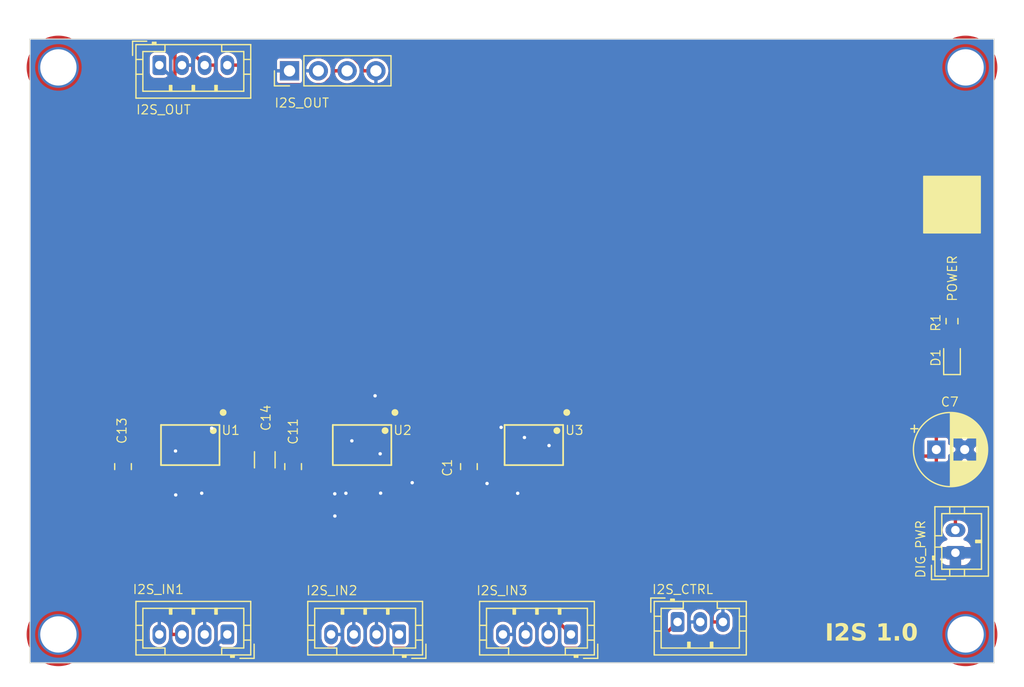
<source format=kicad_pcb>
(kicad_pcb (version 20240108) (generator "pcbnew") (generator_version "8.0")
  (layers (0 "F.Cu" signal) (31 "B.Cu" signal) (34 "B.Paste" user) (35 "F.Paste" user) (36 "B.SilkS" user "B.Silkscreen") (37 "F.SilkS" user "F.Silkscreen") (38 "B.Mask" user) (39 "F.Mask" user) (44 "Edge.Cuts" user))
  (net 0 "")
  (net 1 "GND")
  (net 2 "I2S1_DATA")
  (net 3 "I2S1_LRCLK")
  (net 4 "I2S1_BCLK")
  (net 5 "I2S1_MCLK")
  (net 6 "I2S2_MCLK")
  (net 7 "I2S2_DATA")
  (net 8 "I2S2_BCLK")
  (net 9 "3V3")
  (net 10 "I2S2_LRCLK")
  (net 11 "I2S3_LRCLK")
  (net 12 "I2S3_DATA")
  (net 13 "I2S3_MCLK")
  (net 14 "I2S3_BCLK")
  (net 15 "I2S_DATA_OUT")
  (net 16 "I2S_MCLK_OUT")
  (net 17 "I2S2_LRCLK_OUT")
  (net 18 "I2S_BCLK_OUT")
  (net 31 "CONTROL1")
  (net 32 "CONTROL2")
  (net 33 "CONTROL3")
  (net 34 "Net-(D1-A)")
  (footprint "Capacitor_SMD:C_0805_2012Metric_Pad1.18x1.45mm_HandSolder" (layer "F.Cu") (at 94.6364 98.865 90)
    (property "Reference" "C13" (at 3.1625 -0.1 90) (layer "F.SilkS") (effects (font (size 0.8 0.8) (thickness 0.1))))
    (property "Value" "0.1u")
    (pad "1" smd roundrect (at -1.0375 0 90) (size 1.175 1.45) (layers "F.Cu" "F.Paste" "F.Mask") (roundrect_rratio 0.212766) (net 9 "3V3"))
    (pad "2" smd roundrect (at 1.0375 0 90) (size 1.175 1.45) (layers "F.Cu" "F.Paste" "F.Mask") (roundrect_rratio 0.212766) (net 1 "GND"))
  )
  (footprint "MountingHole:MountingHole_3.2mm_M3_DIN965_Pad_TopOnly" (layer "F.Cu") (at 168.9364 113.665)
    (property "Reference" "H4" (hide yes))
    (property "Value" "MountingHole")
    (pad "1" thru_hole circle (at 0 0) (size 3.6 3.6) (drill 3.2) (layers "*.Cu" "*.Mask"))
    (pad "1" connect circle (at 0 0) (size 5.6 5.6) (layers "F.Cu" "F.Mask"))
  )
  (footprint "Connector_JST:JST_PH_B3B-PH-K_1x03_P2.00mm_Vertical" (layer "F.Cu") (at 143.5364 112.565)
    (property "Reference" "J5" (hide yes))
    (property "Value" "Conn_01x03_Pin")
    (pad "1" thru_hole roundrect (at 0 0) (size 1.2 1.75) (drill 0.75) (layers "*.Cu" "*.Mask") (roundrect_rratio 0.208333) (net 31 "CONTROL1"))
    (pad "2" thru_hole oval (at 2 0) (size 1.2 1.75) (drill 0.75) (layers "*.Cu" "*.Mask") (net 32 "CONTROL2"))
    (pad "3" thru_hole oval (at 4 0) (size 1.2 1.75) (drill 0.75) (layers "*.Cu" "*.Mask") (net 33 "CONTROL3"))
  )
  (footprint "easyeda2kicad:TSSOP-16_L5.0-W4.4-P0.65-LS6.4-BL" (layer "F.Cu") (at 130.8639 96.965 180)
    (property "Reference" "U3" (at -3.5725 1.3 0) (layer "F.SilkS") (effects (font (size 0.8 0.8) (thickness 0.1))))
    (property "Value" "TS3A44159PWR")
    (pad "1" smd oval (at -2.28 2.87 180) (size 0.34 1.73) (layers "F.Cu" "F.Paste" "F.Mask") (net 18 "I2S_BCLK_OUT"))
    (pad "2" smd oval (at -1.63 2.87 180) (size 0.34 1.73) (layers "F.Cu" "F.Paste" "F.Mask") (net 14 "I2S3_BCLK"))
    (pad "3" smd oval (at -0.98 2.87 180) (size 0.34 1.73) (layers "F.Cu" "F.Paste" "F.Mask"))
    (pad "4" smd oval (at -0.32 2.87 180) (size 0.34 1.73) (layers "F.Cu" "F.Paste" "F.Mask") (net 1 "GND"))
    (pad "5" smd oval (at 0.33 2.87 180) (size 0.34 1.73) (layers "F.Cu" "F.Paste" "F.Mask") (net 17 "I2S2_LRCLK_OUT"))
    (pad "6" smd oval (at 0.98 2.87 180) (size 0.34 1.73) (layers "F.Cu" "F.Paste" "F.Mask") (net 11 "I2S3_LRCLK"))
    (pad "7" smd oval (at 1.63 2.87 180) (size 0.34 1.73) (layers "F.Cu" "F.Paste" "F.Mask"))
    (pad "8" smd oval (at 2.28 2.87 180) (size 0.34 1.73) (layers "F.Cu" "F.Paste" "F.Mask") (net 33 "CONTROL3"))
    (pad "9" smd oval (at 2.28 -2.87 180) (size 0.34 1.73) (layers "F.Cu" "F.Paste" "F.Mask") (net 15 "I2S_DATA_OUT"))
    (pad "10" smd oval (at 1.63 -2.87 180) (size 0.34 1.73) (layers "F.Cu" "F.Paste" "F.Mask") (net 12 "I2S3_DATA"))
    (pad "11" smd oval (at 0.98 -2.87 180) (size 0.34 1.73) (layers "F.Cu" "F.Paste" "F.Mask"))
    (pad "12" smd oval (at 0.33 -2.87 180) (size 0.34 1.73) (layers "F.Cu" "F.Paste" "F.Mask") (net 9 "3V3"))
    (pad "13" smd oval (at -0.32 -2.87 180) (size 0.34 1.73) (layers "F.Cu" "F.Paste" "F.Mask") (net 16 "I2S_MCLK_OUT"))
    (pad "14" smd oval (at -0.98 -2.87 180) (size 0.34 1.73) (layers "F.Cu" "F.Paste" "F.Mask") (net 13 "I2S3_MCLK"))
    (pad "15" smd oval (at -1.63 -2.87 180) (size 0.34 1.73) (layers "F.Cu" "F.Paste" "F.Mask"))
    (pad "16" smd oval (at -2.28 -2.87 180) (size 0.34 1.73) (layers "F.Cu" "F.Paste" "F.Mask") (net 33 "CONTROL3"))
  )
  (footprint "Connector_PinHeader_2.54mm:PinHeader_1x04_P2.54mm_Vertical" (layer "F.Cu") (at 109.3164 63.965 90)
    (property "Reference" "J3" (hide yes))
    (property "Value" "Conn_01x04_Pin")
    (pad "1" thru_hole rect (at 0 0 90) (size 1.7 1.7) (drill 1) (layers "*.Cu" "*.Mask") (net 16 "I2S_MCLK_OUT"))
    (pad "2" thru_hole oval (at 0 2.54 90) (size 1.7 1.7) (drill 1) (layers "*.Cu" "*.Mask") (net 18 "I2S_BCLK_OUT"))
    (pad "3" thru_hole oval (at 0 5.08 90) (size 1.7 1.7) (drill 1) (layers "*.Cu" "*.Mask") (net 17 "I2S2_LRCLK_OUT"))
    (pad "4" thru_hole oval (at 0 7.62 90) (size 1.7 1.7) (drill 1) (layers "*.Cu" "*.Mask") (net 15 "I2S_DATA_OUT"))
  )
  (footprint "Connector_JST:JST_PH_B4B-PH-K_1x04_P2.00mm_Vertical" (layer "F.Cu") (at 103.8364 113.665 180)
    (property "Reference" "J1" (hide yes))
    (property "Value" "Conn_01x04_Pin")
    (pad "1" thru_hole roundrect (at 0 0 180) (size 1.2 1.75) (drill 0.75) (layers "*.Cu" "*.Mask") (roundrect_rratio 0.208333) (net 5 "I2S1_MCLK"))
    (pad "2" thru_hole oval (at 2 0 180) (size 1.2 1.75) (drill 0.75) (layers "*.Cu" "*.Mask") (net 4 "I2S1_BCLK"))
    (pad "3" thru_hole oval (at 4 0 180) (size 1.2 1.75) (drill 0.75) (layers "*.Cu" "*.Mask") (net 3 "I2S1_LRCLK"))
    (pad "4" thru_hole oval (at 6 0 180) (size 1.2 1.75) (drill 0.75) (layers "*.Cu" "*.Mask") (net 2 "I2S1_DATA"))
  )
  (footprint "Capacitor_THT:CP_Radial_D6.3mm_P2.50mm" (layer "F.Cu") (at 166.354 97.365)
    (property "Reference" "C7" (at 1.1824 -4.2 0) (layer "F.SilkS") (effects (font (size 0.8 0.8) (thickness 0.1))))
    (property "Value" "470u")
    (pad "1" thru_hole rect (at 0 0) (size 1.6 1.6) (drill 0.8) (layers "*.Cu" "*.Mask") (net 9 "3V3"))
    (pad "2" thru_hole circle (at 2.5 0) (size 1.6 1.6) (drill 0.8) (layers "*.Cu" "*.Mask") (net 1 "GND"))
  )
  (footprint "MountingHole:MountingHole_3.2mm_M3_DIN965_Pad_TopOnly" (layer "F.Cu") (at 88.9364 63.665)
    (property "Reference" "H1" (hide yes))
    (property "Value" "MountingHole")
    (pad "1" thru_hole circle (at 0 0) (size 3.6 3.6) (drill 3.2) (layers "*.Cu" "*.Mask"))
    (pad "1" connect circle (at 0 0) (size 5.6 5.6) (layers "F.Cu" "F.Mask"))
  )
  (footprint "Connector_JST:JST_PH_B4B-PH-K_1x04_P2.00mm_Vertical" (layer "F.Cu") (at 97.8364 63.465)
    (property "Reference" "J8" (hide yes))
    (property "Value" "Conn_01x04_Pin")
    (pad "1" thru_hole roundrect (at 0 0) (size 1.2 1.75) (drill 0.75) (layers "*.Cu" "*.Mask") (roundrect_rratio 0.208333) (net 16 "I2S_MCLK_OUT"))
    (pad "2" thru_hole oval (at 2 0) (size 1.2 1.75) (drill 0.75) (layers "*.Cu" "*.Mask") (net 18 "I2S_BCLK_OUT"))
    (pad "3" thru_hole oval (at 4 0) (size 1.2 1.75) (drill 0.75) (layers "*.Cu" "*.Mask") (net 17 "I2S2_LRCLK_OUT"))
    (pad "4" thru_hole oval (at 6 0) (size 1.2 1.75) (drill 0.75) (layers "*.Cu" "*.Mask") (net 15 "I2S_DATA_OUT"))
  )
  (footprint "Connector_JST:JST_PH_B4B-PH-K_1x04_P2.00mm_Vertical" (layer "F.Cu") (at 118.9864 113.665 180)
    (property "Reference" "J9" (hide yes))
    (property "Value" "Conn_01x04_Pin")
    (pad "1" thru_hole roundrect (at 0 0 180) (size 1.2 1.75) (drill 0.75) (layers "*.Cu" "*.Mask") (roundrect_rratio 0.208333) (net 6 "I2S2_MCLK"))
    (pad "2" thru_hole oval (at 2 0 180) (size 1.2 1.75) (drill 0.75) (layers "*.Cu" "*.Mask") (net 8 "I2S2_BCLK"))
    (pad "3" thru_hole oval (at 4 0 180) (size 1.2 1.75) (drill 0.75) (layers "*.Cu" "*.Mask") (net 10 "I2S2_LRCLK"))
    (pad "4" thru_hole oval (at 6 0 180) (size 1.2 1.75) (drill 0.75) (layers "*.Cu" "*.Mask") (net 7 "I2S2_DATA"))
  )
  (footprint "Connector_JST:JST_PH_B4B-PH-K_1x04_P2.00mm_Vertical" (layer "F.Cu") (at 134.1364 113.665 180)
    (property "Reference" "J4" (hide yes))
    (property "Value" "Conn_01x04_Pin")
    (pad "1" thru_hole roundrect (at 0 0 180) (size 1.2 1.75) (drill 0.75) (layers "*.Cu" "*.Mask") (roundrect_rratio 0.208333) (net 13 "I2S3_MCLK"))
    (pad "2" thru_hole oval (at 2 0 180) (size 1.2 1.75) (drill 0.75) (layers "*.Cu" "*.Mask") (net 14 "I2S3_BCLK"))
    (pad "3" thru_hole oval (at 4 0 180) (size 1.2 1.75) (drill 0.75) (layers "*.Cu" "*.Mask") (net 11 "I2S3_LRCLK"))
    (pad "4" thru_hole oval (at 6 0 180) (size 1.2 1.75) (drill 0.75) (layers "*.Cu" "*.Mask") (net 12 "I2S3_DATA"))
  )
  (footprint "Capacitor_SMD:C_1206_3216Metric_Pad1.33x1.80mm_HandSolder" (layer "F.Cu") (at 107.1364 98.265 90)
    (property "Reference" "C14" (at 3.7 0.1 90) (layer "F.SilkS") (effects (font (size 0.8 0.8) (thickness 0.1))))
    (property "Value" "10u")
    (pad "1" smd roundrect (at -1.5625 0 90) (size 1.325 1.8) (layers "F.Cu" "F.Paste" "F.Mask") (roundrect_rratio 0.188679) (net 9 "3V3"))
    (pad "2" smd roundrect (at 1.5625 0 90) (size 1.325 1.8) (layers "F.Cu" "F.Paste" "F.Mask") (roundrect_rratio 0.188679) (net 1 "GND"))
  )
  (footprint "LED_SMD:LED_0603_1608Metric" (layer "F.Cu") (at 167.7364 89.265 90)
    (property "Reference" "D1" (at 0 -1.43 90) (layer "F.SilkS") (effects (font (size 0.8 0.8) (thickness 0.1))))
    (property "Value" "BLUE")
    (pad "1" smd roundrect (at -0.7875 0 90) (size 0.875 0.95) (layers "F.Cu" "F.Paste" "F.Mask") (net 1 "GND"))
    (pad "2" smd roundrect (at 0.7875 0 90) (size 0.875 0.95) (layers "F.Cu" "F.Paste" "F.Mask") (net 34 "Net-(D1-A)"))
  )
  (footprint "Resistor_SMD:R_0603_1608Metric" (layer "F.Cu") (at 167.7364 86.04 -90)
    (property "Reference" "R1" (at 0.1375 1.43 90) (layer "F.SilkS") (effects (font (size 0.8 0.8) (thickness 0.1))))
    (property "Value" "150R")
    (pad "1" smd roundrect (at -0.825 0 270) (size 0.8 0.95) (layers "F.Cu" "F.Paste" "F.Mask") (net 9 "3V3"))
    (pad "2" smd roundrect (at 0.825 0 270) (size 0.8 0.95) (layers "F.Cu" "F.Paste" "F.Mask") (net 34 "Net-(D1-A)"))
  )
  (footprint "Capacitor_SMD:C_0805_2012Metric_Pad1.18x1.45mm_HandSolder" (layer "F.Cu") (at 109.6364 98.865 90)
    (property "Reference" "C11" (at 3.1 0 90) (layer "F.SilkS") (effects (font (size 0.8 0.8) (thickness 0.1))))
    (property "Value" "0.1u")
    (pad "1" smd roundrect (at -1.0375 0 90) (size 1.175 1.45) (layers "F.Cu" "F.Paste" "F.Mask") (roundrect_rratio 0.212766) (net 9 "3V3"))
    (pad "2" smd roundrect (at 1.0375 0 90) (size 1.175 1.45) (layers "F.Cu" "F.Paste" "F.Mask") (roundrect_rratio 0.212766) (net 1 "GND"))
  )
  (footprint "easyeda2kicad:TSSOP-16_L5.0-W4.4-P0.65-LS6.4-BL" (layer "F.Cu") (at 100.5639 96.965 180)
    (property "Reference" "U1" (at -3.5725 1.3 0) (layer "F.SilkS") (effects (font (size 0.8 0.8) (thickness 0.1))))
    (property "Value" "TS3A44159PWR")
    (pad "1" smd oval (at -2.28 2.87 180) (size 0.34 1.73) (layers "F.Cu" "F.Paste" "F.Mask") (net 18 "I2S_BCLK_OUT"))
    (pad "2" smd oval (at -1.63 2.87 180) (size 0.34 1.73) (layers "F.Cu" "F.Paste" "F.Mask") (net 4 "I2S1_BCLK"))
    (pad "3" smd oval (at -0.98 2.87 180) (size 0.34 1.73) (layers "F.Cu" "F.Paste" "F.Mask"))
    (pad "4" smd oval (at -0.32 2.87 180) (size 0.34 1.73) (layers "F.Cu" "F.Paste" "F.Mask") (net 1 "GND"))
    (pad "5" smd oval (at 0.33 2.87 180) (size 0.34 1.73) (layers "F.Cu" "F.Paste" "F.Mask") (net 17 "I2S2_LRCLK_OUT"))
    (pad "6" smd oval (at 0.98 2.87 180) (size 0.34 1.73) (layers "F.Cu" "F.Paste" "F.Mask") (net 3 "I2S1_LRCLK"))
    (pad "7" smd oval (at 1.63 2.87 180) (size 0.34 1.73) (layers "F.Cu" "F.Paste" "F.Mask"))
    (pad "8" smd oval (at 2.28 2.87 180) (size 0.34 1.73) (layers "F.Cu" "F.Paste" "F.Mask") (net 31 "CONTROL1"))
    (pad "9" smd oval (at 2.28 -2.87 180) (size 0.34 1.73) (layers "F.Cu" "F.Paste" "F.Mask") (net 15 "I2S_DATA_OUT"))
    (pad "10" smd oval (at 1.63 -2.87 180) (size 0.34 1.73) (layers "F.Cu" "F.Paste" "F.Mask") (net 2 "I2S1_DATA"))
    (pad "11" smd oval (at 0.98 -2.87 180) (size 0.34 1.73) (layers "F.Cu" "F.Paste" "F.Mask"))
    (pad "12" smd oval (at 0.33 -2.87 180) (size 0.34 1.73) (layers "F.Cu" "F.Paste" "F.Mask") (net 9 "3V3"))
    (pad "13" smd oval (at -0.32 -2.87 180) (size 0.34 1.73) (layers "F.Cu" "F.Paste" "F.Mask") (net 16 "I2S_MCLK_OUT"))
    (pad "14" smd oval (at -0.98 -2.87 180) (size 0.34 1.73) (layers "F.Cu" "F.Paste" "F.Mask") (net 5 "I2S1_MCLK"))
    (pad "15" smd oval (at -1.63 -2.87 180) (size 0.34 1.73) (layers "F.Cu" "F.Paste" "F.Mask"))
    (pad "16" smd oval (at -2.28 -2.87 180) (size 0.34 1.73) (layers "F.Cu" "F.Paste" "F.Mask") (net 31 "CONTROL1"))
  )
  (footprint "Capacitor_SMD:C_0805_2012Metric_Pad1.18x1.45mm_HandSolder" (layer "F.Cu") (at 125.1364 98.865 90)
    (property "Reference" "C1" (at -0.1 -1.9 90) (layer "F.SilkS") (effects (font (size 0.8 0.8) (thickness 0.1))))
    (property "Value" "0.1u")
    (pad "1" smd roundrect (at -1.0375 0 90) (size 1.175 1.45) (layers "F.Cu" "F.Paste" "F.Mask") (roundrect_rratio 0.212766) (net 9 "3V3"))
    (pad "2" smd roundrect (at 1.0375 0 90) (size 1.175 1.45) (layers "F.Cu" "F.Paste" "F.Mask") (roundrect_rratio 0.212766) (net 1 "GND"))
  )
  (footprint "MountingHole:MountingHole_3.2mm_M3_DIN965_Pad_TopOnly" (layer "F.Cu") (at 88.9364 113.665)
    (property "Reference" "H3" (hide yes))
    (property "Value" "MountingHole")
    (pad "1" thru_hole circle (at 0 0) (size 3.6 3.6) (drill 3.2) (layers "*.Cu" "*.Mask"))
    (pad "1" connect circle (at 0 0) (size 5.6 5.6) (layers "F.Cu" "F.Mask"))
  )
  (footprint "Connector_JST:JST_PH_B2B-PH-K_1x02_P2.00mm_Vertical" (layer "F.Cu") (at 168.0364 106.465 90)
    (property "Reference" "J2" (hide yes))
    (property "Value" "Conn_01x02_Male")
    (pad "1" thru_hole roundrect (at 0 0 90) (size 1.2 1.75) (drill 0.75) (layers "*.Cu" "*.Mask") (roundrect_rratio 0.208333) (net 1 "GND"))
    (pad "2" thru_hole oval (at 2 0 90) (size 1.2 1.75) (drill 0.75) (layers "*.Cu" "*.Mask") (net 9 "3V3"))
  )
  (footprint "MountingHole:MountingHole_3.2mm_M3_DIN965_Pad_TopOnly" (layer "F.Cu") (at 168.9364 63.665)
    (property "Reference" "H2" (hide yes))
    (property "Value" "MountingHole")
    (pad "1" thru_hole circle (at 0 0) (size 3.6 3.6) (drill 3.2) (layers "*.Cu" "*.Mask"))
    (pad "1" connect circle (at 0 0) (size 5.6 5.6) (layers "F.Cu" "F.Mask"))
  )
  (footprint "easyeda2kicad:TSSOP-16_L5.0-W4.4-P0.65-LS6.4-BL" (layer "F.Cu") (at 115.7139 96.965 180)
    (property "Reference" "U2" (at -3.5725 1.3 0) (layer "F.SilkS") (effects (font (size 0.8 0.8) (thickness 0.1))))
    (property "Value" "TS3A44159PWR")
    (pad "1" smd oval (at -2.28 2.87 180) (size 0.34 1.73) (layers "F.Cu" "F.Paste" "F.Mask") (net 18 "I2S_BCLK_OUT"))
    (pad "2" smd oval (at -1.63 2.87 180) (size 0.34 1.73) (layers "F.Cu" "F.Paste" "F.Mask") (net 8 "I2S2_BCLK"))
    (pad "3" smd oval (at -0.98 2.87 180) (size 0.34 1.73) (layers "F.Cu" "F.Paste" "F.Mask"))
    (pad "4" smd oval (at -0.32 2.87 180) (size 0.34 1.73) (layers "F.Cu" "F.Paste" "F.Mask") (net 1 "GND"))
    (pad "5" smd oval (at 0.33 2.87 180) (size 0.34 1.73) (layers "F.Cu" "F.Paste" "F.Mask") (net 17 "I2S2_LRCLK_OUT"))
    (pad "6" smd oval (at 0.98 2.87 180) (size 0.34 1.73) (layers "F.Cu" "F.Paste" "F.Mask") (net 10 "I2S2_LRCLK"))
    (pad "7" smd oval (at 1.63 2.87 180) (size 0.34 1.73) (layers "F.Cu" "F.Paste" "F.Mask"))
    (pad "8" smd oval (at 2.28 2.87 180) (size 0.34 1.73) (layers "F.Cu" "F.Paste" "F.Mask") (net 32 "CONTROL2"))
    (pad "9" smd oval (at 2.28 -2.87 180) (size 0.34 1.73) (layers "F.Cu" "F.Paste" "F.Mask") (net 15 "I2S_DATA_OUT"))
    (pad "10" smd oval (at 1.63 -2.87 180) (size 0.34 1.73) (layers "F.Cu" "F.Paste" "F.Mask") (net 7 "I2S2_DATA"))
    (pad "11" smd oval (at 0.98 -2.87 180) (size 0.34 1.73) (layers "F.Cu" "F.Paste" "F.Mask"))
    (pad "12" smd oval (at 0.33 -2.87 180) (size 0.34 1.73) (layers "F.Cu" "F.Paste" "F.Mask") (net 9 "3V3"))
    (pad "13" smd oval (at -0.32 -2.87 180) (size 0.34 1.73) (layers "F.Cu" "F.Paste" "F.Mask") (net 16 "I2S_MCLK_OUT"))
    (pad "14" smd oval (at -0.98 -2.87 180) (size 0.34 1.73) (layers "F.Cu" "F.Paste" "F.Mask") (net 6 "I2S2_MCLK"))
    (pad "15" smd oval (at -1.63 -2.87 180) (size 0.34 1.73) (layers "F.Cu" "F.Paste" "F.Mask"))
    (pad "16" smd oval (at -2.28 -2.87 180) (size 0.34 1.73) (layers "F.Cu" "F.Paste" "F.Mask") (net 32 "CONTROL2"))
  )
  (gr_rect (start 165.2364 73.265) (end 170.2364 78.265) (stroke (width 0.1)) (fill solid) (layer "F.SilkS"))
  (gr_line (start 171.4364 61.165) (end 171.4364 116.165) (stroke (width 0.1)) (layer "Edge.Cuts"))
  (gr_line (start 86.4364 61.165) (end 86.4364 116.165) (stroke (width 0.1)) (layer "Edge.Cuts"))
  (gr_line (start 171.4364 116.165) (end 86.4364 116.165) (stroke (width 0.1)) (layer "Edge.Cuts"))
  (gr_line (start 86.4364 61.165) (end 171.4364 61.165) (stroke (width 0.1)) (layer "Edge.Cuts"))
  (gr_text "I2S_OUT" (at 95.7364 67.865 0) (layer "F.SilkS") (effects (font (size 0.8 0.8) (thickness 0.1)) (justify left bottom)))
  (gr_text "I2S_IN2" (at 110.7364 110.265 0) (layer "F.SilkS") (effects (font (size 0.8 0.8) (thickness 0.1)) (justify left bottom)))
  (gr_text "I2S_IN3" (at 125.7364 110.265 0) (layer "F.SilkS") (effects (font (size 0.8 0.8) (thickness 0.1)) (justify left bottom)))
  (gr_text "I2S_OUT" (at 107.9364 67.265 0) (layer "F.SilkS") (effects (font (size 0.8 0.8) (thickness 0.1)) (justify left bottom)))
  (gr_text "I2S_IN1" (at 95.4364 110.165 0) (layer "F.SilkS") (effects (font (size 0.8 0.8) (thickness 0.1)) (justify left bottom)))
  (gr_text "DIG_PWR" (at 165.4364 108.765 90) (layer "F.SilkS") (effects (font (size 0.8 0.8) (thickness 0.1)) (justify left bottom)))
  (gr_text "POWER" (at 168.2364 84.3775 90) (layer "F.SilkS") (effects (font (size 0.8 0.8) (thickness 0.1)) (justify left bottom)))
  (gr_text "I2S 1.0" (at 164.7364 114.465 0) (layer "F.SilkS") (effects (font (size 1.5 1.5) (thickness 0.1) (bold yes)) (justify right bottom)))
  (gr_text "I2S_CTRL" (at 141.2364 110.165 0) (layer "F.SilkS") (effects (font (size 0.8 0.8) (thickness 0.1)) (justify left bottom)))
  (segment (start 98.9339 99.835) (end 98.9339 101.0517) (width 0.3) (layer "F.Cu") (net 2))
  (segment (start 99.2833 101.364) (end 98.971 101.0517) (width 0.3) (layer "F.Cu") (net 2))
  (segment (start 98.971 101.0517) (end 98.9339 101.0517) (width 0.3) (layer "F.Cu") (net 2))
  (via (at 99.2833 101.364) (size 0.6) (drill 0.3) (layers "F.Cu" "B.Cu") (net 2))
  (segment (start 97.8364 113.665) (end 97.8364 102.8109) (width 0.3) (layer "B.Cu") (net 2))
  (segment (start 97.8364 102.8109) (end 99.2833 101.364) (width 0.3) (layer "B.Cu") (net 2))
  (segment (start 93.0199 106.8485) (end 93.0199 97.0019) (width 0.3) (layer "F.Cu") (net 3))
  (segment (start 98.8847 112.7133) (end 93.0199 106.8485) (width 0.3) (layer "F.Cu") (net 3))
  (segment (start 97.1435 92.8783) (end 99.5839 92.8783) (width 0.3) (layer "F.Cu") (net 3))
  (segment (start 93.0199 97.0019) (end 97.1435 92.8783) (width 0.3) (layer "F.Cu") (net 3))
  (segment (start 99.5839 94.095) (end 99.5839 92.8783) (width 0.3) (layer "F.Cu") (net 3))
  (segment (start 99.8364 113.665) (end 98.8847 113.665) (width 0.3) (layer "F.Cu") (net 3))
  (segment (start 98.8847 113.665) (end 98.8847 112.7133) (width 0.3) (layer "F.Cu") (net 3))
  (segment (start 102.2903 95.3117) (end 102.1939 95.3117) (width 0.3) (layer "F.Cu") (net 4))
  (segment (start 102.1939 94.095) (end 102.1939 95.3117) (width 0.3) (layer "F.Cu") (net 4))
  (segment (start 102.4568 95.4782) (end 102.2903 95.3117) (width 0.3) (layer "F.Cu") (net 4))
  (via (at 102.4568 95.4782) (size 0.6) (drill 0.3) (layers "F.Cu" "B.Cu") (net 4))
  (segment (start 101.8364 112.4383) (end 102.4568 111.8179) (width 0.3) (layer "B.Cu") (net 4))
  (segment (start 101.8364 113.665) (end 101.8364 112.4383) (width 0.3) (layer "B.Cu") (net 4))
  (segment (start 102.4568 111.8179) (end 102.4568 95.4782) (width 0.3) (layer "B.Cu") (net 4))
  (segment (start 101.5439 101.1833) (end 101.5744 101.2138) (width 0.3) (layer "F.Cu") (net 5))
  (segment (start 101.5439 99.835) (end 101.5439 101.1833) (width 0.3) (layer "F.Cu") (net 5))
  (via (at 101.5744 101.2138) (size 0.6) (drill 0.3) (layers "F.Cu" "B.Cu") (net 5))
  (segment (start 103.8364 113.665) (end 102.5964 114.905) (width 0.3) (layer "B.Cu") (net 5))
  (segment (start 100.8563 114.3315) (end 100.8563 101.9319) (width 0.3) (layer "B.Cu") (net 5))
  (segment (start 102.5964 114.905) (end 101.4298 114.905) (width 0.3) (layer "B.Cu") (net 5))
  (segment (start 101.4298 114.905) (end 100.8563 114.3315) (width 0.3) (layer "B.Cu") (net 5))
  (segment (start 100.8563 101.9319) (end 101.5744 101.2138) (width 0.3) (layer "B.Cu") (net 5))
  (segment (start 116.8503 101.2081) (end 116.6939 101.0517) (width 0.3) (layer "F.Cu") (net 6))
  (segment (start 116.6939 99.835) (end 116.6939 101.0517) (width 0.3) (layer "F.Cu") (net 6))
  (segment (start 117.3518 101.2081) (end 116.8503 101.2081) (width 0.3) (layer "F.Cu") (net 6))
  (via (at 117.3518 101.2081) (size 0.6) (drill 0.3) (layers "F.Cu" "B.Cu") (net 6))
  (segment (start 117.3518 112.0304) (end 117.3518 101.2081) (width 0.3) (layer "B.Cu") (net 6))
  (segment (start 118.9864 113.665) (end 117.3518 112.0304) (width 0.3) (layer "B.Cu") (net 6))
  (segment (start 114.1228 101.0517) (end 114.2887 101.2176) (width 0.3) (layer "F.Cu") (net 7))
  (segment (start 114.0839 101.0517) (end 114.1228 101.0517) (width 0.3) (layer "F.Cu") (net 7))
  (segment (start 114.0839 99.835) (end 114.0839 101.0517) (width 0.3) (layer "F.Cu") (net 7))
  (via (at 114.2887 101.2176) (size 0.6) (drill 0.3) (layers "F.Cu" "B.Cu") (net 7))
  (segment (start 113.9684 101.5379) (end 114.2887 101.2176) (width 0.3) (layer "B.Cu") (net 7))
  (segment (start 113.9684 113.6347) (end 113.9684 101.5379) (width 0.3) (layer "B.Cu") (net 7))
  (segment (start 113.9381 113.665) (end 113.9684 113.6347) (width 0.3) (layer "B.Cu") (net 7))
  (segment (start 112.9864 113.665) (end 113.9381 113.665) (width 0.3) (layer "B.Cu") (net 7))
  (segment (start 117.1169 92.8783) (end 117.3439 92.8783) (width 0.3) (layer "F.Cu") (net 8))
  (segment (start 117.3439 94.095) (end 117.3439 92.8783) (width 0.3) (layer "F.Cu") (net 8))
  (segment (start 116.8617 92.6231) (end 117.1169 92.8783) (width 0.3) (layer "F.Cu") (net 8))
  (via (at 116.8617 92.6231) (size 0.6) (drill 0.3) (layers "F.Cu" "B.Cu") (net 8))
  (segment (start 116.9864 113.665) (end 116.9864 112.4383) (width 0.3) (layer "B.Cu") (net 8))
  (segment (start 116.6122 92.8726) (end 116.8617 92.6231) (width 0.3) (layer "B.Cu") (net 8))
  (segment (start 116.6122 112.0641) (end 116.6122 92.8726) (width 0.3) (layer "B.Cu") (net 8))
  (segment (start 116.9864 112.4383) (end 116.6122 112.0641) (width 0.3) (layer "B.Cu") (net 8))
  (segment (start 166.354 97.365) (end 166.354 96.2133) (width 0.3) (layer "F.Cu") (net 9))
  (segment (start 109.5614 99.8275) (end 107.1364 99.8275) (width 0.3) (layer "F.Cu") (net 9))
  (segment (start 126.4206 98.6183) (end 130.5339 98.6183) (width 0.3) (layer "F.Cu") (net 9))
  (segment (start 130.5339 98.6183) (end 131.2114 97.9408) (width 0.3) (layer "F.Cu") (net 9))
  (segment (start 105.0712 101.8927) (end 101.0749 101.8927) (width 0.3) (layer "F.Cu") (net 9))
  (segment (start 100.2339 99.835) (end 100.2339 101.0517) (width 0.3) (layer "F.Cu") (net 9))
  (segment (start 123.8522 98.6183) (end 115.3854 98.6183) (width 0.3) (layer "F.Cu") (net 9))
  (segment (start 125.1364 99.9025) (end 126.4206 98.6183) (width 0.3) (layer "F.Cu") (net 9))
  (segment (start 168.0364 104.465) (end 168.0364 100.1991) (width 0.3) (layer "F.Cu") (net 9))
  (segment (start 94.6364 99.9025) (end 95.9206 98.6183) (width 0.3) (layer "F.Cu") (net 9))
  (segment (start 168.5792 93.9881) (end 168.5792 86.0578) (width 0.3) (layer "F.Cu") (net 9))
  (segment (start 95.9206 98.6183) (end 100.2339 98.6183) (width 0.3) (layer "F.Cu") (net 9))
  (segment (start 109.6364 99.9025) (end 110.9206 98.6183) (width 0.3) (layer "F.Cu") (net 9))
  (segment (start 168.0364 100.1991) (end 166.354 98.5167) (width 0.3) (layer "F.Cu") (net 9))
  (segment (start 130.5339 99.835) (end 130.5339 98.6183) (width 0.3) (layer "F.Cu") (net 9))
  (segment (start 115.3854 98.6183) (end 115.3839 98.6198) (width 0.3) (layer "F.Cu") (net 9))
  (segment (start 109.6364 99.9025) (end 109.5614 99.8275) (width 0.3) (layer "F.Cu") (net 9))
  (segment (start 115.3824 98.6183) (end 115.3839 98.6198) (width 0.3) (layer "F.Cu") (net 9))
  (segment (start 166.354 97.9408) (end 166.354 98.5167) (width 0.3) (layer "F.Cu") (net 9))
  (segment (start 166.354 96.2133) (end 168.5792 93.9881) (width 0.3) (layer "F.Cu") (net 9))
  (segment (start 107.1364 99.8275) (end 105.0712 101.8927) (width 0.3) (layer "F.Cu") (net 9))
  (segment (start 125.1364 99.9025) (end 123.8522 98.6183) (width 0.3) (layer "F.Cu") (net 9))
  (segment (start 110.9206 98.6183) (end 115.3824 98.6183) (width 0.3) (layer "F.Cu") (net 9))
  (segment (start 131.2114 97.9408) (end 166.354 97.9408) (width 0.3) (layer "F.Cu") (net 9))
  (segment (start 166.354 97.365) (end 166.354 97.9408) (width 0.3) (layer "F.Cu") (net 9))
  (segment (start 101.0749 101.8927) (end 100.2339 101.0517) (width 0.3) (layer "F.Cu") (net 9))
  (segment (start 100.2339 99.835) (end 100.2339 98.6183) (width 0.3) (layer "F.Cu") (net 9))
  (segment (start 168.5792 86.0578) (end 167.7364 85.215) (width 0.3) (layer "F.Cu") (net 9))
  (segment (start 115.3839 99.835) (end 115.3839 98.6198) (width 0.3) (layer "F.Cu") (net 9))
  (segment (start 114.8134 96.5942) (end 114.7339 96.5147) (width 0.3) (layer "F.Cu") (net 10))
  (segment (start 114.7339 96.5147) (end 114.7339 94.095) (width 0.3) (layer "F.Cu") (net 10))
  (via (at 114.8134 96.5942) (size 0.6) (drill 0.3) (layers "F.Cu" "B.Cu") (net 10))
  (segment (start 114.9864 96.7672) (end 114.8134 96.5942) (width 0.3) (layer "B.Cu") (net 10))
  (segment (start 114.9864 113.665) (end 114.9864 96.7672) (width 0.3) (layer "B.Cu") (net 10))
  (segment (start 129.8839 96.1526) (end 130.0336 96.3023) (width 0.3) (layer "F.Cu") (net 11))
  (segment (start 129.8839 94.095) (end 129.8839 96.1526) (width 0.3) (layer "F.Cu") (net 11))
  (segment (start 130.0336 96.3023) (end 130.0336 96.3007) (width 0.3) (layer "F.Cu") (net 11))
  (via (at 130.0336 96.3007) (size 0.6) (drill 0.3) (layers "F.Cu" "B.Cu") (net 11))
  (segment (start 130.1364 113.665) (end 130.1364 96.4035) (width 0.3) (layer "B.Cu") (net 11))
  (segment (start 130.1364 96.4035) (end 130.0336 96.3007) (width 0.3) (layer "B.Cu") (net 11))
  (segment (start 129.4387 101.2192) (end 129.2712 101.0517) (width 0.3) (layer "F.Cu") (net 12))
  (segment (start 129.2712 101.0517) (end 129.2339 101.0517) (width 0.3) (layer "F.Cu") (net 12))
  (segment (start 129.2339 99.835) (end 129.2339 101.0517) (width 0.3) (layer "F.Cu") (net 12))
  (via (at 129.4387 101.2192) (size 0.6) (drill 0.3) (layers "F.Cu" "B.Cu") (net 12))
  (segment (start 129.0881 101.5698) (end 129.4387 101.2192) (width 0.3) (layer "B.Cu") (net 12))
  (segment (start 129.0881 113.665) (end 129.0881 101.5698) (width 0.3) (layer "B.Cu") (net 12))
  (segment (start 128.1364 113.665) (end 129.0881 113.665) (width 0.3) (layer "B.Cu") (net 12))
  (segment (start 131.8439 111.3725) (end 131.8439 99.835) (width 0.3) (layer "F.Cu") (net 13))
  (segment (start 134.1364 113.665) (end 131.8439 111.3725) (width 0.3) (layer "F.Cu") (net 13))
  (segment (start 132.4939 96.7184) (end 132.4939 94.095) (width 0.3) (layer "F.Cu") (net 14))
  (segment (start 132.2025 97.0098) (end 132.4939 96.7184) (width 0.3) (layer "F.Cu") (net 14))
  (via (at 132.2025 97.0098) (size 0.6) (drill 0.3) (layers "F.Cu" "B.Cu") (net 14))
  (segment (start 132.2025 112.3722) (end 132.2025 97.0098) (width 0.3) (layer "B.Cu") (net 14))
  (segment (start 132.1364 113.665) (end 132.1364 112.4383) (width 0.3) (layer "B.Cu") (net 14))
  (segment (start 132.1364 112.4383) (end 132.2025 112.3722) (width 0.3) (layer "B.Cu") (net 14))
  (segment (start 104.7881 63.465) (end 105.5314 62.7217) (width 0.3) (layer "F.Cu") (net 15))
  (segment (start 98.2839 101.3081) (end 98.2839 101.0517) (width 0.3) (layer "F.Cu") (net 15))
  (segment (start 113.4339 99.835) (end 113.4339 101.1385) (width 0.3) (layer "F.Cu") (net 15))
  (segment (start 99.3958 102.42) (end 98.2839 101.3081) (width 0.3) (layer "F.Cu") (net 15))
  (segment (start 112.1524 102.42) (end 99.3958 102.42) (width 0.3) (layer "F.Cu") (net 15))
  (segment (start 127.4312 101.0517) (end 128.5839 101.0517) (width 0.3) (layer "F.Cu") (net 15))
  (segment (start 114.8649 62.7217) (end 115.7347 63.5915) (width 0.3) (layer "F.Cu") (net 15))
  (segment (start 103.8364 63.465) (end 104.7881 63.465) (width 0.3) (layer "F.Cu") (net 15))
  (segment (start 126.7348 100.3553) (end 127.4312 101.0517) (width 0.3) (layer "F.Cu") (net 15))
  (segment (start 113.4339 101.1385) (end 113.308 101.2644) (width 0.3) (layer "F.Cu") (net 15))
  (segment (start 116.9364 63.965) (end 115.7347 63.965) (width 0.3) (layer "F.Cu") (net 15))
  (segment (start 113.308 101.2644) (end 112.1524 102.42) (width 0.3) (layer "F.Cu") (net 15))
  (segment (start 105.5314 62.7217) (end 114.8649 62.7217) (width 0.3) (layer "F.Cu") (net 15))
  (segment (start 98.2839 99.835) (end 98.2839 101.0517) (width 0.3) (layer "F.Cu") (net 15))
  (segment (start 128.5839 99.835) (end 128.5839 101.0517) (width 0.3) (layer "F.Cu") (net 15))
  (segment (start 115.7347 63.5915) (end 115.7347 63.965) (width 0.3) (layer "F.Cu") (net 15))
  (via (at 126.7348 100.3553) (size 0.6) (drill 0.3) (layers "F.Cu" "B.Cu") (net 15))
  (via (at 113.308 101.2644) (size 0.6) (drill 0.3) (layers "F.Cu" "B.Cu") (net 15))
  (segment (start 117.9735 91.594) (end 126.7348 100.3553) (width 0.3) (layer "B.Cu") (net 15))
  (segment (start 116.9364 91.594) (end 113.308 95.2224) (width 0.3) (layer "B.Cu") (net 15))
  (segment (start 116.9364 91.594) (end 117.9735 91.594) (width 0.3) (layer "B.Cu") (net 15))
  (segment (start 113.308 95.2224) (end 113.308 101.2644) (width 0.3) (layer "B.Cu") (net 15))
  (segment (start 116.9364 63.965) (end 116.9364 91.594) (width 0.3) (layer "B.Cu") (net 15))
  (segment (start 116.7716 101.8841) (end 130.3515 101.8841) (width 0.3) (layer "F.Cu") (net 16))
  (segment (start 100.7356 98.47) (end 100.8839 98.6183) (width 0.3) (layer "F.Cu") (net 16))
  (segment (start 130.3515 101.8841) (end 131.1839 101.0517) (width 0.3) (layer "F.Cu") (net 16))
  (segment (start 99.8913 98.1166) (end 100.4417 98.1166) (width 0.3) (layer "F.Cu") (net 16))
  (segment (start 113.861 103.2246) (end 115.9866 101.099) (width 0.3) (layer "F.Cu") (net 16))
  (segment (start 115.9866 101.099) (end 116.0339 101.0517) (width 0.3) (layer "F.Cu") (net 16))
  (segment (start 115.9866 101.099) (end 116.7716 101.8841) (width 0.3) (layer "F.Cu") (net 16))
  (segment (start 100.7356 98.4105) (end 100.7356 98.47) (width 0.3) (layer "F.Cu") (net 16))
  (segment (start 113.3167 103.2246) (end 113.861 103.2246) (width 0.3) (layer "F.Cu") (net 16))
  (segment (start 131.1839 99.835) (end 131.1839 101.0517) (width 0.3) (layer "F.Cu") (net 16))
  (segment (start 100.4417 98.1166) (end 100.7356 98.4105) (width 0.3) (layer "F.Cu") (net 16))
  (segment (start 99.2651 97.4904) (end 99.8913 98.1166) (width 0.3) (layer "F.Cu") (net 16))
  (segment (start 100.8839 99.835) (end 100.8839 98.6183) (width 0.3) (layer "F.Cu") (net 16))
  (segment (start 116.0339 99.835) (end 116.0339 101.0517) (width 0.3) (layer "F.Cu") (net 16))
  (via (at 113.3167 103.2246) (size 0.6) (drill 0.3) (layers "F.Cu" "B.Cu") (net 16))
  (via (at 99.2651 97.4904) (size 0.6) (drill 0.3) (layers "F.Cu" "B.Cu") (net 16))
  (segment (start 105.9661 66.1136) (end 105.9661 94.8265) (width 0.3) (layer "B.Cu") (net 16))
  (segment (start 105.9661 94.8265) (end 101.929 94.8265) (width 0.3) (layer "B.Cu") (net 16))
  (segment (start 105.9661 94.8265) (end 105.9661 95.874) (width 0.3) (layer "B.Cu") (net 16))
  (segment (start 100.485 66.1136) (end 105.9661 66.1136) (width 0.3) (layer "B.Cu") (net 16))
  (segment (start 101.929 94.8265) (end 99.2651 97.4904) (width 0.3) (layer "B.Cu") (net 16))
  (segment (start 97.8364 63.465) (end 100.485 66.1136) (width 0.3) (layer "B.Cu") (net 16))
  (segment (start 109.3164 63.965) (end 108.1147 63.965) (width 0.3) (layer "B.Cu") (net 16))
  (segment (start 105.9661 95.874) (end 113.3167 103.2246) (width 0.3) (layer "B.Cu") (net 16))
  (segment (start 105.9661 66.1136) (end 108.1147 63.965) (width 0.3) (layer "B.Cu") (net 16))
  (segment (start 101.8364 63.465) (end 100.5745 62.2031) (width 0.3) (layer "F.Cu") (net 17))
  (segment (start 130.5339 94.095) (end 130.5339 92.8783) (width 0.3) (layer "F.Cu") (net 17))
  (segment (start 103.1931 96.148) (end 106.4628 92.8783) (width 0.3) (layer "F.Cu") (net 17))
  (segment (start 115.3839 94.7033) (end 115.3839 95.3117) (width 0.3) (layer "F.Cu") (net 17))
  (segment (start 100.2339 95.3117) (end 101.0702 96.148) (width 0.3) (layer "F.Cu") (net 17))
  (segment (start 125.0605 95.3117) (end 127.4939 92.8783) (width 0.3) (layer "F.Cu") (net 17))
  (segment (start 100.2339 94.095) (end 100.2339 95.3117) (width 0.3) (layer "F.Cu") (net 17))
  (segment (start 127.4939 92.8783) (end 130.5339 92.8783) (width 0.3) (layer "F.Cu") (net 17))
  (segment (start 115.3839 94.7033) (end 115.3839 94.095) (width 0.3) (layer "F.Cu") (net 17))
  (segment (start 101.8364 63.465) (end 102.7881 63.465) (width 0.3) (layer "F.Cu") (net 17))
  (segment (start 115.3839 95.3117) (end 125.0605 95.3117) (width 0.3) (layer "F.Cu") (net 17))
  (segment (start 112.3508 65.1844) (end 103.9218 65.1844) (width 0.3) (layer "F.Cu") (net 17))
  (segment (start 99.214 88.3929) (end 100.2339 89.4128) (width 0.3) (layer "F.Cu") (net 17))
  (segment (start 115.3839 94.095) (end 115.3839 92.8783) (width 0.3) (layer "F.Cu") (net 17))
  (segment (start 99.214 62.4566) (end 99.214 88.3929) (width 0.3) (layer "F.Cu") (net 17))
  (segment (start 99.4675 62.2031) (end 99.214 62.4566) (width 0.3) (layer "F.Cu") (net 17))
  (segment (start 101.0702 96.148) (end 103.1931 96.148) (width 0.3) (layer "F.Cu") (net 17))
  (segment (start 113.1947 64.3405) (end 112.3508 65.1844) (width 0.3) (layer "F.Cu") (net 17))
  (segment (start 100.5745 62.2031) (end 99.4675 62.2031) (width 0.3) (layer "F.Cu") (net 17))
  (segment (start 103.9218 65.1844) (end 102.7881 64.0507) (width 0.3) (layer "F.Cu") (net 17))
  (segment (start 102.7881 64.0507) (end 102.7881 63.465) (width 0.3) (layer "F.Cu") (net 17))
  (segment (start 113.1947 63.965) (end 113.1947 64.3405) (width 0.3) (layer "F.Cu") (net 17))
  (segment (start 114.3964 63.965) (end 113.1947 63.965) (width 0.3) (layer "F.Cu") (net 17))
  (segment (start 100.2339 89.4128) (end 100.2339 94.095) (width 0.3) (layer "F.Cu") (net 17))
  (segment (start 106.4628 92.8783) (end 115.3839 92.8783) (width 0.3) (layer "F.Cu") (net 17))
  (segment (start 117.9939 92.3221) (end 117.9939 92.8783) (width 0.3) (layer "F.Cu") (net 18))
  (segment (start 99.8364 63.465) (end 100.7881 63.465) (width 0.3) (layer "F.Cu") (net 18))
  (segment (start 100.7881 63.465) (end 100.7881 87.4795) (width 0.3) (layer "F.Cu") (net 18))
  (segment (start 132.5877 92.3221) (end 133.1439 92.8783) (width 0.3) (layer "F.Cu") (net 18))
  (segment (start 100.7881 87.4795) (end 104.5154 91.2068) (width 0.3) (layer "F.Cu") (net 18))
  (segment (start 117.9939 92.3221) (end 132.5877 92.3221) (width 0.3) (layer "F.Cu") (net 18))
  (segment (start 104.5154 91.2068) (end 102.8439 92.8783) (width 0.3) (layer "F.Cu") (net 18))
  (segment (start 116.8786 91.2068) (end 104.5154 91.2068) (width 0.3) (layer "F.Cu") (net 18))
  (segment (start 117.9939 94.095) (end 117.9939 92.8783) (width 0.3) (layer "F.Cu") (net 18))
  (segment (start 133.1439 94.095) (end 133.1439 92.8783) (width 0.3) (layer "F.Cu") (net 18))
  (segment (start 102.8439 94.095) (end 102.8439 92.8783) (width 0.3) (layer "F.Cu") (net 18))
  (segment (start 117.9939 92.3221) (end 116.8786 91.2068) (width 0.3) (layer "F.Cu") (net 18))
  (segment (start 110.6547 63.0272) (end 110.6547 63.965) (width 0.3) (layer "B.Cu") (net 18))
  (segment (start 109.8355 62.208) (end 110.6547 63.0272) (width 0.3) (layer "B.Cu") (net 18))
  (segment (start 99.8364 63.465) (end 100.7881 63.465) (width 0.3) (layer "B.Cu") (net 18))
  (segment (start 100.7881 62.8702) (end 101.4503 62.208) (width 0.3) (layer "B.Cu") (net 18))
  (segment (start 111.8564 63.965) (end 110.6547 63.965) (width 0.3) (layer "B.Cu") (net 18))
  (segment (start 100.7881 63.465) (end 100.7881 62.8702) (width 0.3) (layer "B.Cu") (net 18))
  (segment (start 101.4503 62.208) (end 109.8355 62.208) (width 0.3) (layer "B.Cu") (net 18))
  (segment (start 102.8439 99.835) (end 102.8439 98.6183) (width 0.3) (layer "F.Cu") (net 31))
  (segment (start 96.0729 94.7033) (end 98.2839 94.7033) (width 0.3) (layer "F.Cu") (net 31))
  (segment (start 102.8439 98.6183) (end 101.6528 98.6183) (width 0.3) (layer "F.Cu") (net 31))
  (segment (start 98.3462 95.3117) (end 98.2839 95.3117) (width 0.3) (layer "F.Cu") (net 31))
  (segment (start 93.5487 97.2275) (end 96.0729 94.7033) (width 0.3) (layer "F.Cu") (net 31))
  (segment (start 101.6528 98.6183) (end 98.3462 95.3117) (width 0.3) (layer "F.Cu") (net 31))
  (segment (start 98.2839 94.095) (end 98.2839 94.7033) (width 0.3) (layer "F.Cu") (net 31))
  (segment (start 107.9233 114.8947) (end 93.5487 100.5201) (width 0.3) (layer "F.Cu") (net 31))
  (segment (start 143.5364 112.565) (end 141.2067 114.8947) (width 0.3) (layer "F.Cu") (net 31))
  (segment (start 141.2067 114.8947) (end 107.9233 114.8947) (width 0.3) (layer "F.Cu") (net 31))
  (segment (start 98.2839 94.7033) (end 98.2839 95.3117) (width 0.3) (layer "F.Cu") (net 31))
  (segment (start 93.5487 100.5201) (end 93.5487 97.2275) (width 0.3) (layer "F.Cu") (net 31))
  (segment (start 113.4339 96.2028) (end 113.4339 94.095) (width 0.3) (layer "F.Cu") (net 32))
  (segment (start 118.9623 100.2858) (end 120.1362 100.2858) (width 0.3) (layer "F.Cu") (net 32))
  (segment (start 117.9939 99.835) (end 117.9939 99.3174) (width 0.3) (layer "F.Cu") (net 32))
  (segment (start 117.9939 99.3174) (end 118.9623 100.2858) (width 0.3) (layer "F.Cu") (net 32))
  (segment (start 114.9681 97.737) (end 113.4339 96.2028) (width 0.3) (layer "F.Cu") (net 32))
  (segment (start 117.3107 97.737) (end 114.9681 97.737) (width 0.3) (layer "F.Cu") (net 32))
  (via (at 117.3107 97.737) (size 0.6) (drill 0.3) (layers "F.Cu" "B.Cu") (net 32))
  (via (at 120.1362 100.2858) (size 0.6) (drill 0.3) (layers "F.Cu" "B.Cu") (net 32))
  (segment (start 117.3107 97.737) (end 117.5874 97.737) (width 0.3) (layer "B.Cu") (net 32))
  (segment (start 143.0259 114.9343) (end 127.7315 114.9343) (width 0.3) (layer "B.Cu") (net 32))
  (segment (start 117.5874 97.737) (end 120.1362 100.2858) (width 0.3) (layer "B.Cu") (net 32))
  (segment (start 120.1362 107.339) (end 120.1362 100.2858) (width 0.3) (layer "B.Cu") (net 32))
  (segment (start 144.5847 113.3755) (end 143.0259 114.9343) (width 0.3) (layer "B.Cu") (net 32))
  (segment (start 144.5847 112.565) (end 144.5847 113.3755) (width 0.3) (layer "B.Cu") (net 32))
  (segment (start 145.5364 112.565) (end 144.5847 112.565) (width 0.3) (layer "B.Cu") (net 32))
  (segment (start 127.7315 114.9343) (end 120.1362 107.339) (width 0.3) (layer "B.Cu") (net 32))
  (segment (start 128.0734 95.3117) (end 128.5839 95.3117) (width 0.3) (layer "F.Cu") (net 33))
  (segment (start 146.5847 111.9703) (end 135.6661 101.0517) (width 0.3) (layer "F.Cu") (net 33))
  (segment (start 146.5847 112.565) (end 146.5847 111.9703) (width 0.3) (layer "F.Cu") (net 33))
  (segment (start 127.9785 95.4066) (end 128.0734 95.3117) (width 0.3) (layer "F.Cu") (net 33))
  (segment (start 133.1439 99.835) (end 133.1439 101.0517) (width 0.3) (layer "F.Cu") (net 33))
  (segment (start 135.6661 101.0517) (end 133.1439 101.0517) (width 0.3) (layer "F.Cu") (net 33))
  (segment (start 147.5364 112.565) (end 146.5847 112.565) (width 0.3) (layer "F.Cu") (net 33))
  (segment (start 128.5839 94.095) (end 128.5839 95.3117) (width 0.3) (layer "F.Cu") (net 33))
  (via (at 127.9785 95.4066) (size 0.6) (drill 0.3) (layers "F.Cu" "B.Cu") (net 33))
  (segment (start 147.5364 111.3383) (end 131.6047 95.4066) (width 0.3) (layer "B.Cu") (net 33))
  (segment (start 147.5364 112.565) (end 147.5364 111.3383) (width 0.3) (layer "B.Cu") (net 33))
  (segment (start 131.6047 95.4066) (end 127.9785 95.4066) (width 0.3) (layer "B.Cu") (net 33))
  (segment (start 167.7364 86.865) (end 167.7364 88.4775) (width 0.3) (layer "F.Cu") (net 34))
  (zone (net 1) (net_name "GND") (layers "F&B.Cu") (connect_pads (clearance 0.25)) (min_thickness 0.25) (fill yes (thermal_gap 0.5) (thermal_bridge_width 1))
    (polygon (pts (xy 165.1364 60.065) (xy 165.221623 60.165) (xy 171.9364 60.165) (xy 171.9364 109.765) (xy 172.1364 109.765) (xy 172.1364 117.765) (xy 85.9364 117.765) (xy 85.9364 109.565) (xy 85.3364 109.565) (xy 85.3364 68.265) (xy 85.5364 68.265) (xy 85.5364 59.574091) (xy 99.9364 60.665) (xy 103.8364 60.465) (xy 165.1364 60.465)))
  )
)
</source>
